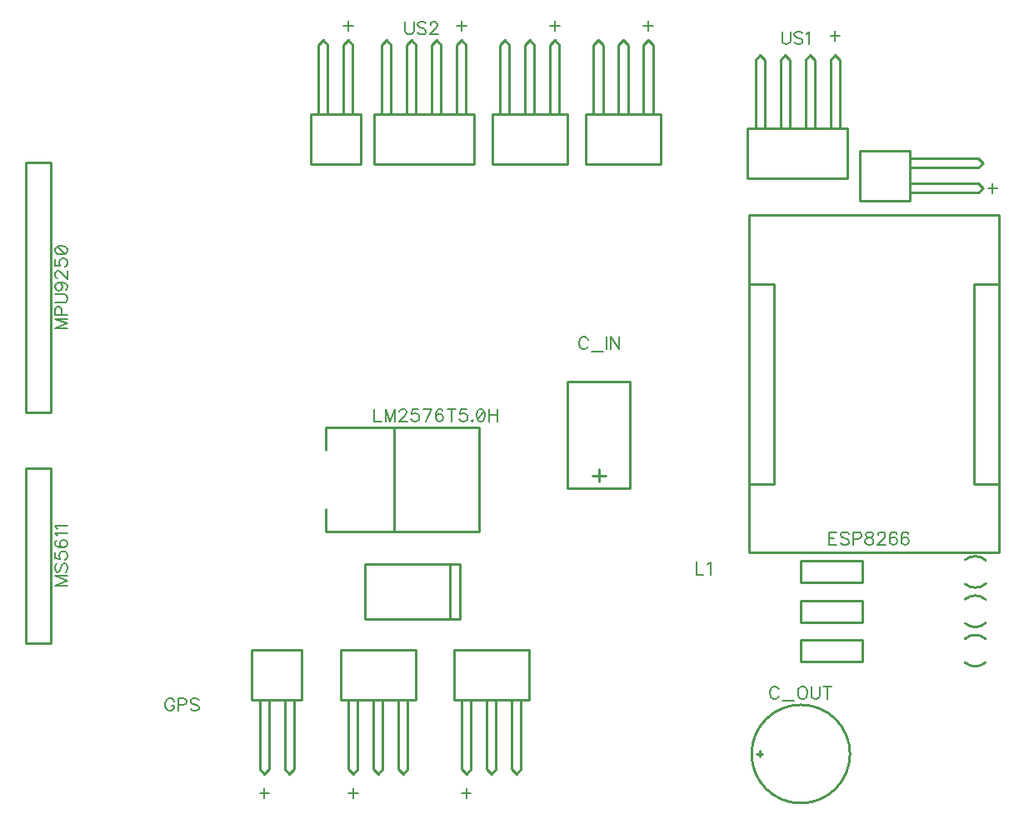
<source format=gto>
G04 DipTrace 3.0.0.2*
G04 TopSilk.gto*
%MOIN*%
G04 #@! TF.FileFunction,Legend,Top*
G04 #@! TF.Part,Single*
%ADD10C,0.009843*%
%ADD15C,0.007874*%
%ADD76C,0.00772*%
%FSLAX26Y26*%
G04*
G70*
G90*
G75*
G01*
G04 TopSilk*
%LPD*%
X3307087Y236220D2*
D10*
G02X3307087Y236220I-196850J0D01*
G01*
X2944882Y224409D2*
Y248031D1*
X2933071Y236220D2*
X2956693D1*
X2303150Y1325824D2*
Y1375946D1*
X2328200Y1350885D2*
X2278150Y1350819D1*
X2178150Y1300763D2*
X2428150D1*
Y1725807D1*
X2178150D1*
Y1300763D1*
X3767709Y697606D2*
G02X3849940Y696472I40474J-47136D01*
G01*
X3767709Y601606D2*
G03X3849940Y602740I40474J47136D01*
G01*
X3767709Y855087D2*
G02X3849940Y853953I40474J-47136D01*
G01*
X3767709Y759087D2*
G03X3849940Y760220I40474J47136D01*
G01*
X3767709Y1012567D2*
G02X3849940Y1011433I40474J-47136D01*
G01*
X3767709Y916567D2*
G03X3849940Y917701I40474J47136D01*
G01*
X1747320Y996063D2*
X1369216D1*
X1747320Y775591D2*
X1369216D1*
X1747320Y996063D2*
Y775591D1*
X1397075Y996063D2*
X1365808D1*
Y775591D1*
X1397075D1*
X1708129D2*
Y996063D1*
X1268908Y651181D2*
X1568878D1*
Y451183D1*
X1268908D1*
Y651181D1*
X1300189Y451183D2*
Y176205D1*
X1337641Y451183D2*
Y176205D1*
X1300189D2*
X1318915Y156260D1*
X1337641Y176205D2*
X1318915Y156260D1*
X1400132Y451183D2*
Y176205D1*
X1437655Y451183D2*
Y176205D1*
X1400132D2*
X1418929Y156260D1*
X1437655Y176205D2*
X1418929Y156260D1*
X1500145Y451183D2*
Y176205D1*
X1537668Y451183D2*
Y176205D1*
X1500145D2*
X1518871Y156260D1*
X1537668Y176205D2*
X1518871Y156260D1*
X1721664Y651181D2*
X2021634D1*
Y451183D1*
X1721664D1*
Y651181D1*
X1752945Y451183D2*
Y176205D1*
X1790397Y451183D2*
Y176205D1*
X1752945D2*
X1771671Y156260D1*
X1790397Y176205D2*
X1771671Y156260D1*
X1852888Y451183D2*
Y176205D1*
X1890410Y451183D2*
Y176205D1*
X1852888D2*
X1871685Y156260D1*
X1890410Y176205D2*
X1871685Y156260D1*
X1952901Y451183D2*
Y176205D1*
X1990424Y451183D2*
Y176205D1*
X1952901D2*
X1971627Y156260D1*
X1990424Y176205D2*
X1971627Y156260D1*
X2175974Y2596850D2*
X1876004D1*
Y2796848D1*
X2175974D1*
Y2596850D1*
X2144693Y2796848D2*
Y3071826D1*
X2107241Y2796848D2*
Y3071826D1*
X2144693D2*
X2125967Y3091772D1*
X2107241Y3071826D2*
X2125967Y3091772D1*
X2044750Y2796848D2*
Y3071826D1*
X2007227Y2796848D2*
Y3071826D1*
X2044750D2*
X2025953Y3091772D1*
X2007227Y3071826D2*
X2025953Y3091772D1*
X1944737Y2796848D2*
Y3071826D1*
X1907214Y2796848D2*
Y3071826D1*
X1944737D2*
X1926011Y3091772D1*
X1907214Y3071826D2*
X1926011Y3091772D1*
X2549989Y2596850D2*
X2250020D1*
Y2796848D1*
X2549989D1*
Y2596850D1*
X2518709Y2796848D2*
Y3071826D1*
X2481257Y2796848D2*
Y3071826D1*
X2518709D2*
X2499983Y3091772D1*
X2481257Y3071826D2*
X2499983Y3091772D1*
X2418766Y2796848D2*
Y3071826D1*
X2381243Y2796848D2*
Y3071826D1*
X2418766D2*
X2399969Y3091772D1*
X2381243Y3071826D2*
X2399969Y3091772D1*
X2318752Y2796848D2*
Y3071826D1*
X2281229Y2796848D2*
Y3071826D1*
X2318752D2*
X2300026Y3091772D1*
X2281229Y3071826D2*
X2300026Y3091772D1*
X109055Y678346D2*
X9065D1*
Y1378349D1*
X109055D1*
Y678346D1*
X2902756Y2116934D2*
X3002760D1*
Y1316924D1*
X2902756D1*
Y2116934D1*
X3802791D2*
X3902795D1*
Y1316924D1*
X3802791D1*
Y2116934D1*
X2902756Y2391929D2*
X3902795D1*
Y1041929D1*
X2902756D1*
Y2391929D1*
X109055Y1603543D2*
X9085D1*
Y2603543D1*
X109055D1*
Y1603543D1*
X1349203Y2596850D2*
X1149235D1*
Y2796848D1*
X1349203D1*
Y2596850D1*
X1317971Y2796848D2*
Y3071826D1*
X1280481Y2796848D2*
Y3071826D1*
X1317971D2*
X1299196Y3091772D1*
X1280481Y3071826D2*
X1299196Y3091772D1*
X1217957Y2796848D2*
Y3071826D1*
X1180467Y2796848D2*
Y3071826D1*
X1217957D2*
X1199181Y3091772D1*
X1180467Y3071826D2*
X1199181Y3091772D1*
X914577Y651181D2*
X1114544D1*
Y451183D1*
X914577D1*
Y651181D1*
X945809Y451183D2*
Y176205D1*
X983299Y451183D2*
Y176205D1*
X945809D2*
X964584Y156260D1*
X983299Y176205D2*
X964584Y156260D1*
X1045823Y451183D2*
Y176205D1*
X1083313Y451183D2*
Y176205D1*
X1045823D2*
X1064598Y156260D1*
X1083313Y176205D2*
X1064598Y156260D1*
X1482320Y1125984D2*
Y1543307D1*
X1824365Y1125984D2*
Y1543307D1*
X1210543D1*
X1824365Y1125984D2*
X1210543D1*
Y1216543D1*
Y1452748D2*
Y1543307D1*
X3344882Y2450010D2*
X3544880D1*
Y2649977D1*
X3344882D1*
Y2450010D1*
X3544880Y2481242D2*
X3819858D1*
X3544880Y2518732D2*
X3819858D1*
Y2481242D2*
X3839803Y2500017D1*
X3819858Y2518732D2*
X3839803Y2500017D1*
X3544880Y2581256D2*
X3819858D1*
X3544880Y2618746D2*
X3819858D1*
Y2581256D2*
X3839803Y2600031D1*
X3819858Y2618746D2*
X3839803Y2600031D1*
X3298017Y2537795D2*
X2898018D1*
Y2737793D1*
X3298017D1*
Y2537795D1*
X3266783Y2737793D2*
Y3012771D1*
X3229251Y2737793D2*
Y3012771D1*
X3266783D2*
X3248060Y3032717D1*
X3229251Y3012771D2*
X3248060Y3032717D1*
X3166783Y2737793D2*
Y3012771D1*
X3129251Y2737793D2*
Y3012771D1*
X3166783D2*
X3148060Y3032717D1*
X3129251Y3012771D2*
X3148060Y3032717D1*
X3066783Y2737793D2*
Y3012771D1*
X3029252Y2737793D2*
Y3012771D1*
X3066783D2*
X3048060Y3032717D1*
X3029252Y3012771D2*
X3048060Y3032717D1*
X2966784Y2737793D2*
Y3012771D1*
X2929252Y2737793D2*
Y3012771D1*
X2966784D2*
X2948060Y3032717D1*
X2929252Y3012771D2*
X2948060Y3032717D1*
X1801954Y2596850D2*
X1401955D1*
Y2796848D1*
X1801954D1*
Y2596850D1*
X1770720Y2796848D2*
Y3071826D1*
X1733188Y2796848D2*
Y3071826D1*
X1770720D2*
X1751997Y3091772D1*
X1733188Y3071826D2*
X1751997Y3091772D1*
X1670720Y2796848D2*
Y3071826D1*
X1633188Y2796848D2*
Y3071826D1*
X1670720D2*
X1651997Y3091772D1*
X1633188Y3071826D2*
X1651997Y3091772D1*
X1570720Y2796848D2*
Y3071826D1*
X1533189Y2796848D2*
Y3071826D1*
X1570720D2*
X1551997Y3091772D1*
X1533189Y3071826D2*
X1551997Y3091772D1*
X1470721Y2796848D2*
Y3071826D1*
X1433189Y2796848D2*
Y3071826D1*
X1470721D2*
X1451997Y3091772D1*
X1433189Y3071826D2*
X1451997Y3091772D1*
X3355167Y606299D2*
X3111369D1*
X3355167Y692913D2*
X3111369D1*
X3355167D2*
Y606299D1*
X3111369Y692913D2*
Y606299D1*
X3355167Y763780D2*
X3111369D1*
X3355167Y850394D2*
X3111369D1*
X3355167D2*
Y763780D1*
X3111369Y850394D2*
Y763780D1*
X3355167Y921260D2*
X3111369D1*
X3355167Y1007874D2*
X3111369D1*
X3355167D2*
Y921260D1*
X3111369Y1007874D2*
Y921260D1*
X3877953Y2519685D2*
D15*
Y2480315D1*
X3858268Y2500000D2*
X3897638D1*
X1279528Y3149606D2*
X1318898D1*
X1299213Y3169291D2*
Y3129921D1*
X1751969Y3169291D2*
Y3129921D1*
X1732283Y3149606D2*
X1771654D1*
X3228346Y3110236D2*
X3267717D1*
X3248031Y3129921D2*
Y3090551D1*
X2125984Y3169291D2*
Y3129921D1*
X2106299Y3149606D2*
X2145669D1*
X2500000Y3169291D2*
Y3129921D1*
X2480315Y3149606D2*
X2519685D1*
X1751969Y78740D2*
X1791339D1*
X1771654Y98425D2*
Y59055D1*
X1299213Y78740D2*
X1338583D1*
X1318898Y98425D2*
Y59055D1*
X944882Y78740D2*
X984252D1*
X964567Y98425D2*
Y59055D1*
X3021960Y494356D2*
D76*
X3019584Y499109D1*
X3014775Y503917D1*
X3010022Y506294D1*
X3000460D1*
X2995652Y503917D1*
X2990899Y499109D1*
X2988467Y494356D1*
X2986090Y487171D1*
Y475177D1*
X2988467Y468047D1*
X2990899Y463239D1*
X2995652Y458486D1*
X3000460Y456054D1*
X3010022D1*
X3014775Y458486D1*
X3019584Y463239D1*
X3021960Y468047D1*
X3037400Y447764D2*
X3082831D1*
X3112640Y506294D2*
X3107832Y503917D1*
X3103079Y499109D1*
X3100647Y494356D1*
X3098270Y487171D1*
Y475177D1*
X3100647Y468047D1*
X3103079Y463239D1*
X3107832Y458486D1*
X3112640Y456054D1*
X3122202D1*
X3126955Y458486D1*
X3131764Y463239D1*
X3134140Y468047D1*
X3136517Y475177D1*
Y487171D1*
X3134140Y494356D1*
X3131764Y499109D1*
X3126955Y503917D1*
X3122202Y506294D1*
X3112640D1*
X3151956D2*
Y470424D1*
X3154333Y463239D1*
X3159141Y458486D1*
X3166326Y456054D1*
X3171079D1*
X3178264Y458486D1*
X3183073Y463239D1*
X3185449Y470424D1*
Y506294D1*
X3217635D2*
Y456054D1*
X3200889Y506294D2*
X3234382D1*
X2258463Y1893568D2*
X2256087Y1898322D1*
X2251278Y1903130D1*
X2246525Y1905507D1*
X2236963D1*
X2232155Y1903130D1*
X2227402Y1898322D1*
X2224970Y1893568D1*
X2222593Y1886383D1*
Y1874390D1*
X2224970Y1867260D1*
X2227402Y1862452D1*
X2232155Y1857698D1*
X2236963Y1855267D1*
X2246525D1*
X2251278Y1857698D1*
X2256087Y1862452D1*
X2258463Y1867260D1*
X2273902Y1846976D2*
X2319334D1*
X2334773Y1905507D2*
Y1855267D1*
X2383706Y1905507D2*
Y1855267D1*
X2350213Y1905507D1*
Y1855267D1*
X2692414Y1004325D2*
Y954085D1*
X2721099D1*
X2736538Y994709D2*
X2741346Y997140D1*
X2748531Y1004270D1*
Y954085D1*
X176254Y948838D2*
X126014D1*
X176254Y929715D1*
X126014Y910592D1*
X176254D1*
X133199Y997771D2*
X128390Y993018D1*
X126014Y985833D1*
Y976271D1*
X128390Y969086D1*
X133199Y964278D1*
X137952D1*
X142761Y966709D1*
X145137Y969086D1*
X147514Y973839D1*
X152322Y988209D1*
X154699Y993018D1*
X157131Y995394D1*
X161884Y997771D1*
X169069D1*
X173822Y993018D1*
X176254Y985833D1*
Y976271D1*
X173822Y969086D1*
X169069Y964278D1*
X126069Y1041895D2*
Y1018019D1*
X147569Y1015642D1*
X145192Y1018019D1*
X142761Y1025204D1*
Y1032333D1*
X145192Y1039518D1*
X149946Y1044327D1*
X157131Y1046703D1*
X161884D1*
X169069Y1044327D1*
X173877Y1039518D1*
X176254Y1032333D1*
Y1025204D1*
X173877Y1018019D1*
X171445Y1015642D1*
X166692Y1013210D1*
X133199Y1090828D2*
X128446Y1088451D1*
X126069Y1081266D1*
Y1076513D1*
X128446Y1069328D1*
X135631Y1064519D1*
X147569Y1062143D1*
X159507D1*
X169069Y1064519D1*
X173877Y1069328D1*
X176254Y1076513D1*
Y1078889D1*
X173877Y1086019D1*
X169069Y1090828D1*
X161884Y1093204D1*
X159507D1*
X152322Y1090828D1*
X147569Y1086019D1*
X145192Y1078889D1*
Y1076513D1*
X147569Y1069328D1*
X152322Y1064519D1*
X159507Y1062143D1*
X135631Y1108643D2*
X133199Y1113452D1*
X126069Y1120637D1*
X176254D1*
X135631Y1136076D2*
X133199Y1140885D1*
X126069Y1148070D1*
X176254D1*
X3254283Y1123396D2*
X3223222D1*
Y1073156D1*
X3254283D1*
X3223222Y1099464D2*
X3242345D1*
X3303216Y1116211D2*
X3298462Y1121019D1*
X3291277Y1123396D1*
X3281716D1*
X3274531Y1121019D1*
X3269722Y1116211D1*
Y1111457D1*
X3272154Y1106649D1*
X3274531Y1104272D1*
X3279284Y1101896D1*
X3293654Y1097087D1*
X3298462Y1094711D1*
X3300839Y1092279D1*
X3303216Y1087526D1*
Y1080341D1*
X3298462Y1075587D1*
X3291277Y1073156D1*
X3281716D1*
X3274531Y1075587D1*
X3269722Y1080341D1*
X3318655Y1097087D2*
X3340210D1*
X3347340Y1099464D1*
X3349772Y1101896D1*
X3352148Y1106649D1*
Y1113834D1*
X3349772Y1118587D1*
X3347340Y1121019D1*
X3340210Y1123396D1*
X3318655D1*
Y1073156D1*
X3379526Y1123340D2*
X3372396Y1120964D1*
X3369964Y1116211D1*
Y1111402D1*
X3372396Y1106649D1*
X3377149Y1104217D1*
X3386711Y1101841D1*
X3393896Y1099464D1*
X3398649Y1094655D1*
X3401026Y1089902D1*
Y1082717D1*
X3398649Y1077964D1*
X3396272Y1075532D1*
X3389087Y1073156D1*
X3379526D1*
X3372396Y1075532D1*
X3369964Y1077964D1*
X3367587Y1082717D1*
Y1089902D1*
X3369964Y1094655D1*
X3374772Y1099464D1*
X3381902Y1101841D1*
X3391464Y1104217D1*
X3396272Y1106649D1*
X3398649Y1111402D1*
Y1116211D1*
X3396272Y1120964D1*
X3389087Y1123340D1*
X3379526D1*
X3418897Y1111402D2*
Y1113779D1*
X3421273Y1118587D1*
X3423650Y1120964D1*
X3428458Y1123340D1*
X3438020D1*
X3442773Y1120964D1*
X3445150Y1118587D1*
X3447582Y1113779D1*
Y1109026D1*
X3445150Y1104217D1*
X3440396Y1097087D1*
X3416465Y1073156D1*
X3449958D1*
X3494082Y1116211D2*
X3491706Y1120964D1*
X3484521Y1123340D1*
X3479767D1*
X3472582Y1120964D1*
X3467774Y1113779D1*
X3465397Y1101841D1*
Y1089902D1*
X3467774Y1080341D1*
X3472582Y1075532D1*
X3479767Y1073156D1*
X3482144D1*
X3489274Y1075532D1*
X3494082Y1080341D1*
X3496459Y1087526D1*
Y1089902D1*
X3494082Y1097087D1*
X3489274Y1101841D1*
X3482144Y1104217D1*
X3479767D1*
X3472582Y1101841D1*
X3467774Y1097087D1*
X3465397Y1089902D1*
X3540583Y1116211D2*
X3538206Y1120964D1*
X3531021Y1123340D1*
X3526268D1*
X3519083Y1120964D1*
X3514275Y1113779D1*
X3511898Y1101841D1*
Y1089902D1*
X3514275Y1080341D1*
X3519083Y1075532D1*
X3526268Y1073156D1*
X3528645D1*
X3535775Y1075532D1*
X3540583Y1080341D1*
X3542960Y1087526D1*
Y1089902D1*
X3540583Y1097087D1*
X3535775Y1101841D1*
X3528645Y1104217D1*
X3526268D1*
X3519083Y1101841D1*
X3514275Y1097087D1*
X3511898Y1089902D1*
X176254Y1977057D2*
X126014D1*
X176254Y1957934D1*
X126014Y1938811D1*
X176254D1*
X152322Y1992496D2*
Y2014052D1*
X149946Y2021181D1*
X147514Y2023613D1*
X142761Y2025990D1*
X135575D1*
X130822Y2023613D1*
X128390Y2021181D1*
X126014Y2014052D1*
Y1992496D1*
X176254D1*
X126014Y2041429D2*
X161884D1*
X169069Y2043806D1*
X173822Y2048614D1*
X176254Y2055799D1*
Y2060552D1*
X173822Y2067737D1*
X169069Y2072546D1*
X161884Y2074922D1*
X126014D1*
X142761Y2121478D2*
X149946Y2119046D1*
X154754Y2114293D1*
X157131Y2107108D1*
Y2104732D1*
X154754Y2097547D1*
X149946Y2092793D1*
X142761Y2090362D1*
X140384D1*
X133199Y2092793D1*
X128446Y2097547D1*
X126069Y2104732D1*
Y2107108D1*
X128446Y2114293D1*
X133199Y2119046D1*
X142761Y2121478D1*
X154754D1*
X166692Y2119046D1*
X173877Y2114293D1*
X176254Y2107108D1*
Y2102355D1*
X173877Y2095170D1*
X169069Y2092793D1*
X138007Y2139349D2*
X135631D1*
X130822Y2141726D1*
X128446Y2144103D1*
X126069Y2148911D1*
Y2158473D1*
X128446Y2163226D1*
X130822Y2165602D1*
X135631Y2168034D1*
X140384D1*
X145192Y2165602D1*
X152322Y2160849D1*
X176254Y2136918D1*
Y2170411D1*
X126069Y2214535D2*
Y2190659D1*
X147569Y2188282D1*
X145192Y2190659D1*
X142761Y2197844D1*
Y2204973D1*
X145192Y2212158D1*
X149946Y2216967D1*
X157131Y2219343D1*
X161884D1*
X169069Y2216967D1*
X173877Y2212158D1*
X176254Y2204973D1*
Y2197844D1*
X173877Y2190659D1*
X171445Y2188282D1*
X166692Y2185850D1*
X126069Y2249153D2*
X128446Y2241968D1*
X135631Y2237159D1*
X147569Y2234783D1*
X154754D1*
X166692Y2237159D1*
X173877Y2241968D1*
X176254Y2249153D1*
Y2253906D1*
X173877Y2261091D1*
X166692Y2265844D1*
X154754Y2268276D1*
X147569D1*
X135631Y2265844D1*
X128446Y2261091D1*
X126069Y2253906D1*
Y2249153D1*
X135631Y2265844D2*
X166692Y2237159D1*
X603845Y447112D2*
X601468Y451865D1*
X596660Y456673D1*
X591907Y459050D1*
X582345D1*
X577537Y456673D1*
X572783Y451865D1*
X570352Y447112D1*
X567975Y439927D1*
Y427933D1*
X570352Y420803D1*
X572783Y415995D1*
X577537Y411242D1*
X582345Y408810D1*
X591907D1*
X596660Y411242D1*
X601468Y415995D1*
X603845Y420803D1*
Y427933D1*
X591907D1*
X619284Y432742D2*
X640839D1*
X647969Y435118D1*
X650401Y437550D1*
X652777Y442303D1*
Y449488D1*
X650401Y454241D1*
X647969Y456673D1*
X640839Y459050D1*
X619284D1*
Y408810D1*
X701710Y451865D2*
X696957Y456673D1*
X689772Y459050D1*
X680210D1*
X673025Y456673D1*
X668217Y451865D1*
Y447112D1*
X670649Y442303D1*
X673025Y439927D1*
X677778Y437550D1*
X692148Y432742D1*
X696957Y430365D1*
X699333Y427933D1*
X701710Y423180D1*
Y415995D1*
X696957Y411242D1*
X689772Y408810D1*
X680210D1*
X673025Y411242D1*
X668217Y415995D1*
X1404560Y1616530D2*
Y1566290D1*
X1433245D1*
X1486930D2*
Y1616530D1*
X1467807Y1566290D1*
X1448684Y1616530D1*
Y1566290D1*
X1504801Y1604537D2*
Y1606913D1*
X1507178Y1611722D1*
X1509555Y1614098D1*
X1514363Y1616475D1*
X1523925D1*
X1528678Y1614098D1*
X1531054Y1611722D1*
X1533486Y1606913D1*
Y1602160D1*
X1531054Y1597352D1*
X1526301Y1590222D1*
X1502370Y1566290D1*
X1535863D1*
X1579987Y1616475D2*
X1556111D1*
X1553734Y1594975D1*
X1556111Y1597352D1*
X1563296Y1599783D1*
X1570425D1*
X1577610Y1597352D1*
X1582419Y1592598D1*
X1584795Y1585413D1*
Y1580660D1*
X1582419Y1573475D1*
X1577610Y1568667D1*
X1570425Y1566290D1*
X1563296D1*
X1556111Y1568667D1*
X1553734Y1571099D1*
X1551302Y1575852D1*
X1609796Y1566290D2*
X1633728Y1616475D1*
X1600235D1*
X1677852Y1609345D2*
X1675476Y1614098D1*
X1668291Y1616475D1*
X1663537D1*
X1656352Y1614098D1*
X1651544Y1606913D1*
X1649167Y1594975D1*
Y1583037D1*
X1651544Y1573475D1*
X1656352Y1568667D1*
X1663537Y1566290D1*
X1665914D1*
X1673044Y1568667D1*
X1677852Y1573475D1*
X1680229Y1580660D1*
Y1583037D1*
X1677852Y1590222D1*
X1673044Y1594975D1*
X1665914Y1597352D1*
X1663537D1*
X1656352Y1594975D1*
X1651544Y1590222D1*
X1649167Y1583037D1*
X1712415Y1616530D2*
Y1566290D1*
X1695668Y1616530D2*
X1729161D1*
X1773285Y1616475D2*
X1749409D1*
X1747032Y1594975D1*
X1749409Y1597352D1*
X1756594Y1599783D1*
X1763724D1*
X1770909Y1597352D1*
X1775717Y1592598D1*
X1778094Y1585413D1*
Y1580660D1*
X1775717Y1573475D1*
X1770909Y1568667D1*
X1763724Y1566290D1*
X1756594D1*
X1749409Y1568667D1*
X1747032Y1571099D1*
X1744601Y1575852D1*
X1795910Y1571099D2*
X1793533Y1568667D1*
X1795910Y1566290D1*
X1798342Y1568667D1*
X1795910Y1571099D1*
X1828151Y1616475D2*
X1820966Y1614098D1*
X1816157Y1606913D1*
X1813781Y1594975D1*
Y1587790D1*
X1816157Y1575852D1*
X1820966Y1568667D1*
X1828151Y1566290D1*
X1832904D1*
X1840089Y1568667D1*
X1844842Y1575852D1*
X1847274Y1587790D1*
Y1594975D1*
X1844842Y1606913D1*
X1840089Y1614098D1*
X1832904Y1616475D1*
X1828151D1*
X1844842Y1606913D2*
X1816157Y1575852D1*
X1862713Y1616530D2*
Y1566290D1*
X1896207Y1616530D2*
Y1566290D1*
X1862713Y1592598D2*
X1896207D1*
X3034892Y3125625D2*
Y3089755D1*
X3037269Y3082570D1*
X3042077Y3077817D1*
X3049262Y3075385D1*
X3054015D1*
X3061200Y3077817D1*
X3066009Y3082570D1*
X3068386Y3089755D1*
Y3125625D1*
X3117318Y3118440D2*
X3112565Y3123248D1*
X3105380Y3125625D1*
X3095818D1*
X3088633Y3123248D1*
X3083825Y3118440D1*
Y3113686D1*
X3086257Y3108878D1*
X3088633Y3106501D1*
X3093386Y3104125D1*
X3107756Y3099316D1*
X3112565Y3096940D1*
X3114942Y3094508D1*
X3117318Y3089755D1*
Y3082570D1*
X3112565Y3077817D1*
X3105380Y3075385D1*
X3095818D1*
X3088633Y3077817D1*
X3083825Y3082570D1*
X3132757Y3116008D2*
X3137566Y3118440D1*
X3144751Y3125569D1*
Y3075385D1*
X1528079Y3164995D2*
Y3129125D1*
X1530456Y3121940D1*
X1535264Y3117187D1*
X1542449Y3114755D1*
X1547203D1*
X1554388Y3117187D1*
X1559196Y3121940D1*
X1561573Y3129125D1*
Y3164995D1*
X1610505Y3157810D2*
X1605752Y3162618D1*
X1598567Y3164995D1*
X1589005D1*
X1581820Y3162618D1*
X1577012Y3157810D1*
Y3153057D1*
X1579444Y3148248D1*
X1581820Y3145871D1*
X1586573Y3143495D1*
X1600944Y3138686D1*
X1605752Y3136310D1*
X1608129Y3133878D1*
X1610505Y3129125D1*
Y3121940D1*
X1605752Y3117187D1*
X1598567Y3114755D1*
X1589005D1*
X1581820Y3117187D1*
X1577012Y3121940D1*
X1628376Y3153001D2*
Y3155378D1*
X1630753Y3160186D1*
X1633129Y3162563D1*
X1637938Y3164939D1*
X1647500D1*
X1652253Y3162563D1*
X1654629Y3160186D1*
X1657061Y3155378D1*
Y3150625D1*
X1654629Y3145816D1*
X1649876Y3138686D1*
X1625944Y3114755D1*
X1659438D1*
M02*

</source>
